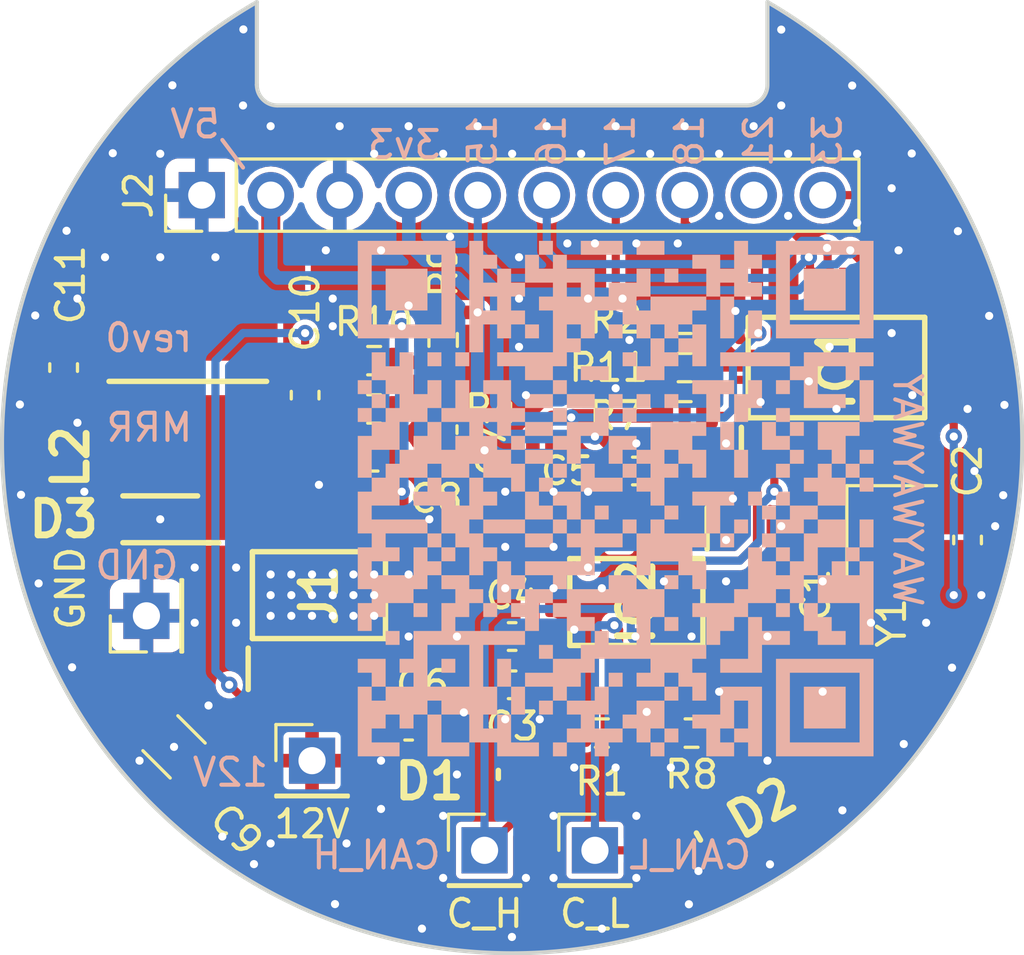
<source format=kicad_pcb>
(kicad_pcb (version 20221018) (generator pcbnew)
  (title_block (title "Round CAN and Power shield") (date "2024-03-18") (rev "0") (company "Martin Roger"))
  (layers (0 "F.Cu" signal "Top") (31 "B.Cu" signal "Bottom") (34 "B.Paste" user) (35 "F.Paste" user) (36 "B.SilkS" user "B.Silkscreen") (37 "F.SilkS" user "F.Silkscreen") (38 "B.Mask" user) (39 "F.Mask" user) (44 "Edge.Cuts" user))
  (net 0 "")
  (net 1 "GND")
  (net 2 "+3V3")
  (net 3 "VSYS")
  (net 4 "Net-(J1-SS)")
  (net 5 "Net-(C7-Pad2)")
  (net 6 "Net-(J1-COMP)")
  (net 7 "+12V")
  (net 8 "Net-(J1-PH)")
  (net 9 "Net-(J1-BOOT)")
  (net 10 "Net-(IC2-CANH)")
  (net 11 "Net-(IC2-CANL)")
  (net 12 "Net-(IC1-~{RESET})")
  (net 13 "GPIO18")
  (net 14 "GPIO15")
  (net 15 "GPIO16")
  (net 16 "GPIO17")
  (net 17 "GPIO33")
  (net 20 "Net-(IC1-OSC1)")
  (net 21 "Net-(IC1-OSC2)")
  (net 26 "RX_CAN")
  (net 27 "TX_CAN")
  (net 28 "Net-(IC2-STB)")
  (net 29 "Net-(J1-VSENSE)")
  (net 31 "GPIO21")
  (footprint "Capacitor_SMD:C_0603_1608Metric" (layer "F.Cu") (at 137.46 99.492 90)
    (fp_text reference "C7")
    (fp_text value "4n7")
  )
  (footprint "SamacSys_Parts:SOIC127P600X175-8N" (layer "F.Cu") (at 144.572 105.842 -90)
    (fp_text reference "IC2")
    (fp_text value "TJA1044VT_3Z" hide)
  )
  (footprint "Capacitor_SMD:C_0603_1608Metric" (layer "F.Cu") (at 136.19 110.414)
    (fp_text reference "C6")
    (fp_text value "8n2")
  )
  (footprint "Capacitor_SMD:C_0603_1608Metric" (layer "F.Cu") (at 151.176 103.048 90)
    (fp_text reference "C1")
    (fp_text value "22pF")
  )
  (footprint "Capacitor_SMD:C_0603_1608Metric" (layer "F.Cu") (at 140 107.112 180)
    (fp_text reference "C4")
    (fp_text value "100n")
  )
  (footprint "Resistor_SMD:R_0603_1608Metric" (layer "F.Cu") (at 137.46 96.19 90)
    (fp_text reference "R9")
    (fp_text value "10k2")
  )
  (footprint "Crystal:Crystal_SMD_3225-4Pin_3.2x2.5mm" (layer "F.Cu") (at 153.97 103.556 -90)
    (fp_text reference "Y1")
    (fp_text value "16MHz")
  )
  (footprint "Resistor_SMD:R_0603_1608Metric" (layer "F.Cu") (at 146.604 110.668)
    (fp_text reference "R8")
    (fp_text value "0")
  )
  (footprint "SamacSys_Parts:SOIC127P600X175-8N" (layer "F.Cu") (at 132.888 105.588 90)
    (fp_text reference "J1")
    (fp_text value "TPS54232DR" hide)
  )
  (footprint "Capacitor_SMD:C_1206_3216Metric" (layer "F.Cu") (at 127.554 111.176 135)
    (fp_text reference "C9")
    (fp_text value "10uF")
  )
  (footprint "Connector_PinHeader_2.54mm:PinHeader_1x01_P2.54mm_Vertical" (layer "F.Cu") (at 143.048 114.986)
    (fp_text reference "J5" hide)
    (fp_text value "C_L")
  )
  (footprint "SamacSys_Parts:DIONC1005X43N" (layer "F.Cu") (at 139.492 112.192 180)
    (fp_text reference "D1")
    (fp_text value "PESD0402-140" hide)
  )
  (footprint "Connector_PinHeader_2.54mm:PinHeader_1x01_P2.54mm_Vertical" (layer "F.Cu") (at 138.984 114.986)
    (fp_text reference "J4" hide)
    (fp_text value "C_H")
  )
  (footprint "Connector_PinHeader_2.54mm:PinHeader_1x01_P2.54mm_Vertical" (layer "F.Cu") (at 132.634 111.684)
    (fp_text reference "J3" hide)
    (fp_text value "12V")
  )
  (footprint "Capacitor_SMD:C_0603_1608Metric" (layer "F.Cu") (at 140 108.89)
    (fp_text reference "C3")
    (fp_text value "100n")
  )
  (footprint "Connector_PinHeader_2.54mm:PinHeader_1x10_P2.54mm_Vertical" (layer "F.Cu") (at 128.575 90.856 90)
    (fp_text reference "J2")
    (fp_text value "ESP32")
  )
  (footprint "Resistor_SMD:R_0603_1608Metric" (layer "F.Cu") (at 134.92 98.73)
    (fp_text reference "R4")
    (fp_text value "12k7")
  )
  (footprint "SamacSys_Parts:SOP65P640X120-20N" (layer "F.Cu") (at 151.938 97.206 90)
    (fp_text reference "IC1")
    (fp_text value "MCP2515-e_ST" hide)
  )
  (footprint "Resistor_SMD:R_0603_1608Metric" (layer "F.Cu") (at 143.302 110.668)
    (fp_text reference "R1")
    (fp_text value "10k2")
  )
  (footprint "Capacitor_SMD:C_0603_1608Metric" (layer "F.Cu") (at 156.764 103.556 -90)
    (fp_text reference "C2")
    (fp_text value "22pF")
  )
  (footprint "SamacSys_Parts:INDC6060X450N" (layer "F.Cu") (at 128.062 97.714 90)
    (fp_text reference "L2")
    (fp_text value "SRN6045TA-150M" hide)
  )
  (footprint "Capacitor_SMD:C_0603_1608Metric" (layer "F.Cu") (at 144.572 101.016 180)
    (fp_text reference "C5")
    (fp_text value "100n")
  )
  (footprint "Resistor_SMD:R_0603_1608Metric" (layer "F.Cu") (at 146.35 95.428 180)
    (fp_text reference "R2")
    (fp_text value "10k2")
  )
  (footprint "Connector_PinHeader_2.54mm:PinHeader_1x01_P2.54mm_Vertical" (layer "F.Cu") (at 126.538 106.35 90)
    (fp_text reference "J6")
    (fp_text value "GND")
  )
  (footprint "Capacitor_SMD:C_0603_1608Metric" (layer "F.Cu") (at 123.49 97.206 -90)
    (fp_text reference "C11")
    (fp_text value "10u")
  )
  (footprint "SamacSys_Parts:DIONC1005X43N" (layer "F.Cu") (at 146.858 114.478 30)
    (fp_text reference "D2")
    (fp_text value "PESD0402-140" hide)
  )
  (footprint "Resistor_SMD:R_0603_1608Metric" (layer "F.Cu") (at 146.35 97.206 180)
    (fp_text reference "R11")
    (fp_text value "10k2")
  )
  (footprint "Capacitor_SMD:C_0603_1608Metric" (layer "F.Cu") (at 134.92 100.508 180)
    (fp_text reference "C8")
    (fp_text value "110p")
  )
  (footprint "Resistor_SMD:R_0603_1608Metric" (layer "F.Cu") (at 146.35 98.984)
    (fp_text reference "R7")
    (fp_text value "10k2")
  )
  (footprint "SamacSys_Parts:SODFL3617X108N" (layer "F.Cu") (at 127.046 102.794 180)
    (fp_text reference "D3")
    (fp_text value "SS24FL" hide)
  )
  (footprint "Resistor_SMD:R_0603_1608Metric" (layer "F.Cu") (at 134.92 96.952)
    (fp_text reference "R10")
    (fp_text value "1k91")
  )
  (footprint "Capacitor_SMD:C_0603_1608Metric" (layer "F.Cu") (at 132.38 98.222 90)
    (fp_text reference "C10")
    (fp_text value "100n")
  )
  (footprint "LOGO" (layer "B.Cu") (at 143.81 102.032 180)
    (fp_text reference "G***")
    (fp_text value "LOGO" hide)
  )
  (gr_line (start 129.332 88.824) (end 130.094 89.84) (stroke (width 0.15)) (layer "B.SilkS"))
  (gr_line locked (start 149.398 83.744) (end 149.398 86.792) (stroke (width 0.15)) (layer "Edge.Cuts"))
  (gr_arc locked (start 149.398 86.792) (mid 149.174815 87.330815) (end 148.636 87.554) (stroke (width 0.15)) (layer "Edge.Cuts"))
  (gr_arc locked (start 131.364 87.554) (mid 130.825185 87.330815) (end 130.602 86.792) (stroke (width 0.15)) (layer "Edge.Cuts"))
  (gr_line locked (start 130.602 83.744) (end 130.602 86.792) (stroke (width 0.15)) (layer "Edge.Cuts"))
  (gr_line locked (start 131.364 87.554) (end 148.636 87.554) (stroke (width 0.15)) (layer "Edge.Cuts"))
  (gr_arc locked (start 149.398 83.744) (mid 140 118.777112) (end 130.602 83.744) (stroke (width 0.15)) (layer "Edge.Cuts"))
  (gr_text "MRR" (at 128.316 100) (layer "B.SilkS") (effects (font (size 1 1)) (justify left bottom mirror)))
  (gr_text "18" (at 147.112 87.808 90) (layer "B.SilkS") (effects (font (size 1 1)) (justify left bottom mirror)))
  (gr_text "33" (at 152.192 87.808 90) (layer "B.SilkS") (effects (font (size 1 1)) (justify left bottom mirror)))
  (gr_text "12V" (at 131.11 112.7) (layer "B.SilkS") (effects (font (size 1 1)) (justify left bottom mirror)))
  (gr_text "5V" (at 129.332 88.824) (layer "B.SilkS") (effects (font (size 1 1)) (justify left bottom mirror)))
  (gr_text "rev0" (at 128.316 96.698) (layer "B.SilkS") (effects (font (size 1 1)) (justify left bottom mirror)))
  (gr_text "GND" (at 127.808 105.08) (layer "B.SilkS") (effects (font (size 1 1)) (justify left bottom mirror)))
  (gr_text "21" (at 149.652 87.808 90) (layer "B.SilkS") (effects (font (size 1 1)) (justify left bottom mirror)))
  (gr_text "17" (at 144.572 87.808 90) (layer "B.SilkS") (effects (font (size 1 1)) (justify left bottom mirror)))
  (gr_text "15" (at 139.492 87.808 90) (layer "B.SilkS") (effects (font (size 1 1)) (justify left bottom mirror)))
  (gr_text "CAN_H" (at 137.46 115.748) (layer "B.SilkS") (effects (font (size 1 1)) (justify left bottom mirror)))
  (gr_text "WAYWAYWAY" (at 153.97 106.096 -90) (layer "B.SilkS") (effects (font (size 1 1)) (justify left bottom mirror)))
  (gr_text "3v3" (at 137.46 89.586) (layer "B.SilkS") (effects (font (size 1 1)) (justify left bottom mirror)))
  (gr_text "16" (at 142.032 87.808 90) (layer "B.SilkS") (effects (font (size 1 1)) (justify left bottom mirror)))
  (gr_text "CAN_L" (at 148.89 115.748) (layer "B.SilkS") (effects (font (size 1 1)) (justify left bottom mirror)))
  (via (at 145.588 105.08) (size 0.6) (drill 0.3) (layers "F.Cu" "B.Cu") (net 1))
  (via (at 135.174 113.462) (size 0.6) (drill 0.3) (layers "F.Cu" "B.Cu") (net 1))
  (via (at 156.191973 108.25872) (size 0.6) (drill 0.3) (layers "F.Cu" "B.Cu") (net 1))
  (via (at 142.54 89.332) (size 0.6) (drill 0.3) (layers "F.Cu" "B.Cu") (net 1))
  (via (at 147.62 91.618) (size 0.6) (drill 0.3) (layers "F.Cu" "B.Cu") (net 1))
  (via (at 127.554 111.176) (size 0.6) (drill 0.3) (layers "F.Cu" "B.Cu") (net 1))
  (via (at 141.27 88.316) (size 0.6) (drill 0.3) (layers "F.Cu" "B.Cu") (net 1))
  (via (at 137.46 89.332) (size 0.6) (drill 0.3) (layers "F.Cu" "B.Cu") (net 1))
  (via (at 141.524 105.334) (size 0.6) (drill 0.3) (layers "F.Cu" "B.Cu") (net 1))
  (via (at 130.1067 84.751752) (size 0.6) (drill 0.3) (layers "F.Cu" "B.Cu") (net 1))
  (via (at 130.094 87.554) (size 0.6) (drill 0.3) (layers "F.Cu" "B.Cu") (net 1))
  (via (at 133.396 106.35) (size 0.6) (drill 0.3) (layers "F.Cu" "B.Cu") (net 1))
  (via (at 147.62 109.144) (size 0.6) (drill 0.3) (layers "F.Cu" "B.Cu") (net 1))
  (via (at 131.11 104.826) (size 0.6) (drill 0.3) (layers "F.Cu" "B.Cu") (net 1))
  (via (at 154.415804 111.07118) (size 0.6) (drill 0.3) (layers "F.Cu" "B.Cu") (net 1))
  (via (at 144.95217 109.887975) (size 0.6) (drill 0.3) (layers "F.Cu" "B.Cu") (net 1))
  (via (at 133.904 114.732) (size 0.6) (drill 0.3) (layers "F.Cu" "B.Cu") (net 1))
  (via (at 127.046 89.332) (size 0.6) (drill 0.3) (layers "F.Cu" "B.Cu") (net 1))
  (via (at 121.922248 101.892435) (size 0.6) (drill 0.3) (layers "F.Cu" "B.Cu") (net 1))
  (via (at 152.156848 113.512863) (size 0.6) (drill 0.3) (layers "F.Cu" "B.Cu") (net 1))
  (via (at 131.872 106.35) (size 0.6) (drill 0.3) (layers "F.Cu" "B.Cu") (net 1))
  (via (at 142.286 106.858) (size 0.6) (drill 0.3) (layers "F.Cu" "B.Cu") (net 1))
  (via (at 145.08 89.332) (size 0.6) (drill 0.3) (layers "F.Cu" "B.Cu") (net 1))
  (via (at 147.62 89.332) (size 0.6) (drill 0.3) (layers "F.Cu" "B.Cu") (net 1))
  (via (at 149.398 111.684) (size 0.6) (drill 0.3) (layers "F.Cu" "B.Cu") (net 1))
  (via (at 129.84 106.604) (size 0.6) (drill 0.3) (layers "F.Cu" "B.Cu") (net 1))
  (via (at 140.508 98.222) (size 0.6) (drill 0.3) (layers "F.Cu" "B.Cu") (net 1))
  (via (at 154.224 92.888) (size 0.6) (drill 0.3) (layers "F.Cu" "B.Cu") (net 1))
  (via (at 137.714 92.38) (size 0.6) (drill 0.3) (layers "F.Cu" "B.Cu") (net 1))
  (via (at 143.81 88.316) (size 0.6) (drill 0.3) (layers "F.Cu" "B.Cu") (net 1))
  (via (at 144.572 100) (size 0.6) (drill 0.3) (layers "F.Cu" "B.Cu") (net 1))
  (via (at 128.316 106.604) (size 0.6) (drill 0.3) (layers "F.Cu" "B.Cu") (net 1))
  (via (at 137.968 107.112) (size 0.6) (drill 0.3) (layers "F.Cu" "B.Cu") (net 1))
  (via (at 136.952 102.794) (size 0.6) (drill 0.3) (layers "F.Cu" "B.Cu") (net 1))
  (via (at 141.524 113.716) (size 0.6) (drill 0.3) (layers "F.Cu" "B.Cu") (net 1))
  (via (at 157.272 105.588) (size 0.6) (drill 0.3) (layers "F.Cu" "B.Cu") (net 1))
  (via (at 136.19 88.316) (size 0.6) (drill 0.3) (layers "F.Cu" "B.Cu") (net 1))
  (via (at 147.874 100) (size 0.6) (drill 0.3) (layers "F.Cu" "B.Cu") (net 1))
  (via (at 143.302 105.334) (size 0.6) (drill 0.3) (layers "F.Cu" "B.Cu") (net 1))
  (via (at 127.493592 86.809996) (size 0.6) (drill 0.3) (layers "F.Cu" "B.Cu") (net 1))
  (via (at 134.158 104.826) (size 0.6) (drill 0.3) (layers "F.Cu" "B.Cu") (net 1))
  (via (at 136.19 94.92) (size 0.6) (drill 0.3) (layers "F.Cu" "B.Cu") (net 1))
  (via (at 155.24 106.604) (size 0.6) (drill 0.3) (layers "F.Cu" "B.Cu") (net 1))
  (via (at 135.174 111.684) (size 0.6) (drill 0.3) (layers "F.Cu" "B.Cu") (net 1))
  (via (at 146.506818 116.97197) (size 0.6) (drill 0.3) (layers "F.Cu" "B.Cu") (net 1))
  (via (at 142.794 94.666) (size 0.6) (drill 0.3) (layers "F.Cu" "B.Cu") (net 1))
  (via (at 140.254 96.444) (size 0.6) (drill 0.3) (layers "F.Cu" "B.Cu") (net 1))
  (via (at 141.016 110.16) (size 0.6) (drill 0.3) (layers "F.Cu" "B.Cu") (net 1))
  (via (at 132.634 106.35) (size 0.6) (drill 0.3) (layers "F.Cu" "B.Cu") (net 1))
  (via (at 137.46 116.002) (size 0.6) (drill 0.3) (layers "F.Cu" "B.Cu") (net 1))
  (via (at 133.142 92.888) (size 0.6) (drill 0.3) (layers "F.Cu" "B.Cu") (net 1))
  (via (at 151.684 96.444) (size 0.6) (drill 0.3) (layers "F.Cu" "B.Cu") (net 1))
  (via (at 149.398 107.112) (size 0.6) (drill 0.3) (layers "F.Cu" "B.Cu") (net 1))
  (via (at 148.89 88.316) (size 0.6) (drill 0.3) (layers "F.Cu" "B.Cu") (net 1))
  (via (at 134.92 105.588) (size 0.6) (drill 0.3) (layers "F.Cu" "B.Cu") (net 1))
  (via (at 152.7 91.872) (size 0.6) (drill 0.3) (layers "F.Cu" "B.Cu") (net 1))
  (via (at 137.46 113.716) (size 0.6) (drill 0.3) (layers "F.Cu" "B.Cu") (net 1))
  (via (at 152.7 89.332) (size 0.6) (drill 0.3) (layers "F.Cu" "B.Cu") (net 1))
  (via (at 123.998 99.238) (size 0.6) (drill 0.3) (layers "F.Cu" "B.Cu") (net 1))
  (via (at 139.992428 118.176534) (size 0.6) (drill 0.3) (layers "F.Cu" "B.Cu") (net 1))
  (via (at 124.252 101.778) (size 0.6) (drill 0.3) (layers "F.Cu" "B.Cu") (net 1))
  (via (at 126.284 111.684) (size 0.6) (drill 0.3) (layers "F.Cu" "B.Cu") (net 1))
  (via (at 138.984 100.254) (size 0.6) (drill 0.3) (layers "F.Cu" "B.Cu") (net 1))
  (via (at 150.16 89.332) (size 0.6) (drill 0.3) (layers "F.Cu" "B.Cu") (net 1))
  (via (at 134.92 104.826) (size 0.6) (drill 0.3) (layers "F.Cu" "B.Cu") (net 1))
  (via (at 133.65 88.316) (size 0.6) (drill 0.3) (layers "F.Cu" "B.Cu") (net 1))
  (via (at 139.746 101.778) (size 0.6) (drill 0.3) (layers "F.Cu" "B.Cu") (net 1))
  (via (at 149.144 98.476) (size 0.6) (drill 0.3) (layers "F.Cu" "B.Cu") (net 1))
  (via (at 146.604 107.112) (size 0.6) (drill 0.3) (layers "F.Cu" "B.Cu") (net 1))
  (via (at 138.73 88.316) (size 0.6) (drill 0.3) (layers "F.Cu" "B.Cu") (net 1))
  (via (at 123.597388 92.167966) (size 0.6) (drill 0.3) (layers "F.Cu" "B.Cu") (net 1))
  (via (at 133.396 95.682) (size 0.6) (drill 0.3) (layers "F.Cu" "B.Cu") (net 1))
  (via (at 154.709575 89.322227) (size 0.6) (drill 0.3) (layers "F.Cu" "B.Cu") (net 1))
  (via (at 131.11 114.732) (size 0.6) (drill 0.3) (layers "F.Cu" "B.Cu") (net 1))
  (via (at 143.304965 117.873546) (size 0.6) (drill 0.3) (layers "F.Cu" "B.Cu") (net 1))
  (via (at 143.048 92.634) (size 0.6) (drill 0.3) (layers "F.Cu" "B.Cu") (net 1))
  (via (at 158.076169 101.907495) (size 0.6) (drill 0.3) (layers "F.Cu" "B.Cu") (net 1))
  (via (at 136.19 104.826) (size 0.6) (drill 0.3) (layers "F.Cu" "B.Cu") (net 1))
  (via (at 133.396 104.826) (size 0.6) (drill 0.3) (layers "F.Cu" "B.Cu") (net 1))
  (via (at 156.764 98.73) (size 0.6) (drill 0.3) (layers "F.Cu" "B.Cu") (net 1))
  (via (at 140.254 94.666) (size 0.6) (drill 0.3) (layers "F.Cu" "B.Cu") (net 1))
  (via (at 153.97 95.936) (size 0.6) (drill 0.3) (layers "F.Cu" "B.Cu") (net 1))
  (via (at 146.858 115.748) (size 0.6) (drill 0.3) (layers "F.Cu" "B.Cu") (net 1))
  (via (at 151.938 98.73) (size 0.6) (drill 0.3) (layers "F.Cu" "B.Cu") (net 1))
  (via (at 146.096 92.634) (size 0.6) (drill 0.3) (layers "F.Cu" "B.Cu") (net 1))
  (via (at 146.35 88.316) (size 0.6) (drill 0.3) (layers "F.Cu" "B.Cu") (net 1))
  (via (at 147.874 103.556) (size 0.6) (drill 0.3) (layers "F.Cu" "B.Cu") (net 1))
  (via (at 133.396 94.666) (size 0.6) (drill 0.3) (layers "F.Cu" "B.Cu") (net 1))
  (via (at 133.479044 116.966543) (size 0.6) (drill 0.3) (layers "F.Cu" "B.Cu") (net 1))
  (via (at 131.872 104.826) (size 0.6) (drill 0.3) (layers "F.Cu" "B.Cu") (net 1))
  (via (at 145.842 111.938) (size 0.6) (drill 0.3) (layers "F.Cu" "B.Cu") (net 1))
  (via (at 123.998 94.666) (size 0.6) (drill 0.3) (layers "F.Cu" "B.Cu") (net 1))
  (via (at 147.874 105.08) (size 0.6) (drill 0.3) (layers "F.Cu" "B.Cu") (net 1))
  (via (at 142.286 111.938) (size 0.6) (drill 0.3) (layers "F.Cu" "B.Cu") (net 1))
  (via (at 139.746 105.334) (size 0.6) (drill 0.3) (layers "F.Cu" "B.Cu") (net 1))
  (via (at 154.732 98.222) (size 0.6) (drill 0.3) (layers "F.Cu" "B.Cu") (net 1))
  (via (at 122.56983 105.155155) (size 0.6) (drill 0.3) (layers "F.Cu" "B.Cu") (net 1))
  (via (at 149.490757 115.501999) (size 0.6) (drill 0.3) (layers "F.Cu" "B.Cu") (net 1))
  (via (at 131.11 106.35) (size 0.6) (drill 0.3) (layers "F.Cu" "B.Cu") (net 1))
  (via (at 139.746 110.16) (size 0.6) (drill 0.3) (layers "F.Cu" "B.Cu") (net 1))
  (via (at 157.559143 95.302881) (size 0.6) (drill 0.3) (layers "F.Cu" "B.Cu") (net 1))
  (via (at 136.680145 117.870786) (size 0.6) (drill 0.3) (layers "F.Cu" "B.Cu") (net 1))
  (via (at 152.517393 86.82042) (size 0.6) (drill 0.3) (layers "F.Cu" "B.Cu") (net 1))
  (via (at 136.19 107.112) (size 0.6) (drill 0.3) (layers "F.Cu" "B.Cu") (net 1))
  (via (at 142.032 92.634) (size 0.6) (drill 0.3) (layers "F.Cu" "B.Cu") (net 1))
  (via (at 137.968 112.192) (size 0.6) (drill 0.3) (layers "F.Cu" "B.Cu") (net 1))
  (via (at 133.396 105.588) (size 0.6) (drill 0.3) (layers "F.Cu" "B.Cu") (net 1))
  (via (at 130.496331 115.494086) (size 0.6) (drill 0.3) (layers "F.Cu" "B.Cu") (net 1))
  (via (at 128.824 109.652) (size 0.6) (drill 0.3) (layers "F.Cu" "B.Cu") (net 1))
  (via (at 132.888 101.524) (size 0.6) (drill 0.3) (layers "F.Cu" "B.Cu") (net 1))
  (via (at 127.046 93.142) (size 0.6) (drill 0.3) (layers "F.Cu" "B.Cu") (net 1))
  (via (at 121.880093 98.566337) (size 0.6) (drill 0.3) (layers "F.Cu" "B.Cu") (net 1))
  (via (at 143.81 111.938) (size 0.6) (drill 0.3) (layers "F.Cu" "B.Cu") (net 1))
  (via (at 149.906 103.048) (size 0.6) (drill 0.3) (layers "F.Cu" "B.Cu") (net 1))
  (via (at 141.524 103.81) (size 0.6) (drill 0.3) (layers "F.Cu" "B.Cu") (net 1))
  (via (at 131.11 88.316) (size 0.6) (drill 0.3) (layers "F.Cu" "B.Cu") (net 1))
  (via (at 132.634 105.588) (size 0.6) (drill 0.3) (layers "F.Cu" "B.Cu") (net 1))
  (via (at 131.872 105.588) (size 0.6) (drill 0.3) (layers "F.Cu" "B.Cu") (net 1))
  (via (at 151.43 109.144) (size 0.6) (drill 0.3) (layers "F.Cu" "B.Cu") (net 1))
  (via (at 151.43 105.08) (size 0.6) (drill 0.3) (layers "F.Cu" "B.Cu") (net 1))
  (via (at 158.121096 98.581434) (size 0.6) (drill 0.3) (layers "F.Cu" "B.Cu") (net 1))
  (via (at 140.254 93.142) (size 0.6) (drill 0.3) (layers "F.Cu" "B.Cu") (net 1))
  (via (at 139.746 103.81) (size 0.6) (drill 0.3) (layers "F.Cu" "B.Cu") (net 1))
  (via (at 131.11 105.588) (size 0.6) (drill 0.3) (layers "F.Cu" "B.Cu") (net 1))
  (via (at 157.018 101.016) (size 0.6) (drill 0.3) (layers "F.Cu" "B.Cu") (net 1))
  (via (at 138.222 109.906) (size 0.6) (drill 0.3) (layers "F.Cu" "B.Cu") (net 1))
  (via (at 156.409132 92.181635) (size 0.6) (drill 0.3) (layers "F.Cu" "B.Cu") (net 1))
  (via (at 144.318 96.19) (size 0.6) (drill 0.3) (layers "F.Cu" "B.Cu") (net 1))
  (via (at 125.014 93.142) (size 0.6) (drill 0.3) (layers "F.Cu" "B.Cu") (net 1))
  (via (at 148.218121 95.121587) (size 0.6) (drill 0.3) (layers "F.Cu" "B.Cu") (net 1))
  (via (at 129.078 93.142) (size 0.6) (drill 0.3) (layers "F.Cu" "B.Cu") (net 1))
  (via (at 150.922 97.714) (size 0.6) (drill 0.3) (layers "F.Cu" "B.Cu") (net 1))
  (via (at 153.208 106.604) (size 0.6) (drill 0.3) (layers "F.Cu" "B.Cu") (net 1))
  (via (at 125.299326 89.309976) (size 0.6) (drill 0.3) (layers "F.Cu" "B.Cu") (net 1))
  (via (at 140.508 116.002) (size 0.6) (drill 0.3) (layers "F.Cu" "B.Cu") (net 1))
  (via (at 134.158 105.588) (size 0.6) (drill 0.3) (layers "F.Cu" "B.Cu") (net 1))
  (via (at 141.524 116.002) (size 0.6) (drill 0.3) (layers "F.Cu" "B.Cu") (net 1))
  (via (at 129.84 104.572) (size 0.6) (drill 0.3) (layers "F.Cu" "B.Cu") (net 1))
  (via (at 144.572 92.634) (size 0.6) (drill 0.3) (layers "F.Cu" "B.Cu") (net 1))
  (via (at 157.78 103.048) (size 0.6) (drill 0.3) (layers "F.Cu" "B.Cu") (net 1))
  (via (at 123.801152 108.245227) (size 0.6) (drill 0.3) (layers "F.Cu" "B.Cu") (net 1))
  (via (at 140 89.332) (size 0.6) (drill 0.3) (layers "F.Cu" "B.Cu") (net 1))
  (via (at 150.16 91.618) (size 0.6) (drill 0.3) (layers "F.Cu" "B.Cu") (net 1))
  (via (at 143.81 97.968) (size 0.6) (drill 0.3) (layers "F.Cu" "B.Cu") (net 1))
  (via (at 132.634 104.826) (size 0.6) (drill 0.3) (layers "F.Cu" "B.Cu") (net 1))
  (via (at 129.332 114.478) (size 0.6) (drill 0.3) (layers "F.Cu" "B.Cu") (net 1))
  (via (at 134.158 106.35) (size 0.6) (drill 0.3) (layers "F.Cu" "B.Cu") (net 1))
  (via (at 148.128 102.032) (size 0.6) (drill 0.3) (layers "F.Cu" "B.Cu") (net 1))
  (via (at 122.444776 95.288253) (size 0.6) (drill 0.3) (layers "F.Cu" "B.Cu") (net 1))
  (via (at 128.316 104.572) (size 0.6) (drill 0.3) (layers "F.Cu" "B.Cu") (net 1))
  (via (at 144.572 113.716) (size 0.6) (drill 0.3) (layers "F.Cu" "B.Cu") (net 1))
  (via (at 141.524 101.778) (size 0.6) (drill 0.3) (layers "F.Cu" "B.Cu") (net 1))
  (via (at 134.92 89.332) (size 0.6) (drill 0.3) (layers "F.Cu" "B.Cu") (net 1))
  (via (at 149.906 87.554) (size 0.6) (drill 0.3) (layers "F.Cu" "B.Cu") (net 1))
  (via (at 134.92 106.35) (size 0.6) (drill 0.3) (layers "F.Cu" "B.Cu") (net 1))
  (via (at 142.794 101.778) (size 0.6) (drill 0.3) (layers "F.Cu" "B.Cu") (net 1))
  (via (at 149.906 84.76) (size 0.6) (drill 0.3) (layers "F.Cu" "B.Cu") (net 1))
  (via (at 135.174 92.888) (size 0.6) (drill 0.3) (layers "F.Cu" "B.Cu") (net 1))
  (via (at 127.046 102.794) (size 0.6) (drill 0.3) (layers "F.Cu" "B.Cu") (net 1))
  (via (at 144.572 116.002) (size 0.6) (drill 0.3) (layers "F.Cu" "B.Cu") (net 1))
  (via (at 153.97 90.602) (size 0.6) (drill 0.3) (layers "F.Cu" "B.Cu") (net 1))
  (segment (start 145.525 98.984) (end 145.525 95.428) (width 0.5) (layer "F.Cu") (net 2))
  (segment (start 141.4639 99.0441) (end 140.762 99.746) (width 0.5) (layer "F.Cu") (net 2))
  (segment (start 142.1764 99.0441) (end 142.2365 98.984) (width 0.5) (layer "F.Cu") (net 2))
  (segment (start 142.1764 99.0441) (end 141.4639 99.0441) (width 0.5) (layer "F.Cu") (net 2))
  (segment (start 149.0611 95.936) (end 149.013 95.8879) (width 0.3) (layer "F.Cu") (net 2))
  (segment (start 149.013 95.8879) (end 149.013 94.268) (width 0.3) (layer "F.Cu") (net 2))
  (segment (start 140.762 99.746) (end 140.762 107.099) (width 0.5) (layer "F.Cu") (net 2))
  (segment (start 142.2365 98.984) (end 145.525 98.984) (width 0.5) (layer "F.Cu") (net 2))
  (segment (start 140.762 107.099) (end 140.775 107.112) (width 0.5) (layer "F.Cu") (net 2))
  (via (at 149.0611 95.936) (size 0.6) (drill 0.3) (layers "F.Cu" "B.Cu") (net 2))
  (via (at 142.1764 99.0441) (size 0.6) (drill 0.3) (layers "F.Cu" "B.Cu") (net 2))
  (segment (start 148.128 98.73) (end 147.8139 99.0441) (width 0.3) (layer "B.Cu") (net 2))
  (segment (start 139.4324 94.445768) (end 138.238233 93.2516) (width 0.5) (layer "B.Cu") (net 2))
  (segment (start 136.195 92.639) (end 136.195 90.856) (width 0.5) (layer "B.Cu") (net 2))
  (segment (start 147.8139 99.0441) (end 142.1764 99.0441) (width 0.3) (layer "B.Cu") (net 2))
  (segment (start 142.1269 99.0936) (end 140.016232 99.0936) (width 0.5) (layer "B.Cu") (net 2))
  (segment (start 142.1764 99.0441) (end 142.1269 99.0936) (width 0.5) (layer "B.Cu") (net 2))
  (segment (start 148.128 96.8691) (end 148.128 98.73) (width 0.3) (layer "B.Cu") (net 2))
  (segment (start 136.8076 93.2516) (end 136.195 92.639) (width 0.5) (layer "B.Cu") (net 2))
  (segment (start 140.016232 99.0936) (end 139.4324 98.509768) (width 0.5) (layer "B.Cu") (net 2))
  (segment (start 138.238233 93.2516) (end 136.8076 93.2516) (width 0.5) (layer "B.Cu") (net 2))
  (segment (start 139.4324 98.509768) (end 139.4324 94.445768) (width 0.5) (layer "B.Cu") (net 2))
  (segment (start 149.0611 95.936) (end 148.128 96.8691) (width 0.3) (layer "B.Cu") (net 2))
  (segment (start 127.195 96.431) (end 128.062 95.564) (width 0.5) (layer "F.Cu") (net 3))
  (segment (start 143.937 101.156) (end 143.937 103.13) (width 0.5) (layer "F.Cu") (net 3))
  (segment (start 143.048 99.746) (end 143.302 99.746) (width 0.5) (layer "F.Cu") (net 3))
  (segment (start 123.49 96.431) (end 127.195 96.431) (width 0.5) (layer "F.Cu") (net 3))
  (segment (start 137.651 95.174) (end 137.46 95.365) (width 0.5) (layer "F.Cu") (net 3))
  (segment (start 143.797 101.016) (end 143.937 101.156) (width 0.5) (layer "F.Cu") (net 3))
  (segment (start 143.302 99.746) (end 143.797 100.241) (width 0.5) (layer "F.Cu") (net 3))
  (segment (start 138.73 95.174) (end 137.651 95.174) (width 0.5) (layer "F.Cu") (net 3))
  (segment (start 143.797 100.241) (end 143.797 101.016) (width 0.5) (layer "F.Cu") (net 3))
  (via (at 138.73 95.174) (size 0.6) (drill 0.3) (layers "F.Cu" "B.Cu") (net 3))
  (via (at 143.048 99.746) (size 0.6) (drill 0.3) (layers "F.Cu" "B.Cu") (net 3))
  (segment (start 138.73 98.73) (end 138.984 98.984) (width 0.5) (layer "B.Cu") (net 3))
  (segment (start 139.746 99.746) (end 143.048 99.746) (width 0.5) (layer "B.Cu") (net 3))
  (segment (start 138.73 95.174) (end 138.73 98.73) (width 0.5) (layer "B.Cu") (net 3))
  (segment (start 138.984 98.984) (end 139.746 99.746) (width 0.5) (layer "B.Cu") (net 3))
  (segment (start 138.476 94.412) (end 138.73 94.666) (width 0.5) (layer "B.Cu") (net 3))
  (segment (start 137.968 93.904) (end 138.476 94.412) (width 0.5) (layer "B.Cu") (net 3))
  (segment (start 131.364 93.904) (end 137.968 93.904) (width 0.5) (layer "B.Cu") (net 3))
  (segment (start 131.115 90.856) (end 131.115 93.655) (width 0.5) (layer "B.Cu") (net 3))
  (segment (start 138.73 94.666) (end 138.73 95.174) (width 0.5) (layer "B.Cu") (net 3))
  (segment (start 131.115 93.655) (end 131.364 93.904) (width 0.5) (layer "B.Cu") (net 3))
  (segment (start 135.415 110.414) (end 135.415 110.147) (width 0.3) (layer "F.Cu") (net 4))
  (segment (start 135.415 110.147) (end 134.793 109.525) (width 0.3) (layer "F.Cu") (net 4))
  (segment (start 134.793 109.525) (end 134.793 108.3) (width 0.3) (layer "F.Cu") (net 4))
  (segment (start 135.745 98.73) (end 137.447 98.73) (width 0.3) (layer "F.Cu") (net 5))
  (segment (start 137.447 98.73) (end 137.46 98.717) (width 0.3) (layer "F.Cu") (net 5))
  (segment (start 135.695 100.508) (end 137.219 100.508) (width 0.3) (layer "F.Cu") (net 6))
  (segment (start 135.695 101.003) (end 135.695 100.508) (width 0.3) (layer "F.Cu") (net 6))
  (segment (start 134.412 101.524) (end 135.174 101.524) (width 0.3) (layer "F.Cu") (net 6))
  (segment (start 135.174 101.524) (end 135.695 101.003) (width 0.3) (layer "F.Cu") (net 6))
  (segment (start 137.219 100.508) (end 137.46 100.267) (width 0.3) (layer "F.Cu") (net 6))
  (segment (start 133.523 102.413) (end 134.412 101.524) (width 0.3) (layer "F.Cu") (net 6))
  (segment (start 133.523 102.876) (end 133.523 102.413) (width 0.3) (layer "F.Cu") (net 6))
  (segment (start 132.38 95.936) (end 132.38 97.447) (width 0.3) (layer "F.Cu") (net 9))
  (segment (start 130.856 109.398) (end 130.094 109.398) (width 0.3) (layer "F.Cu") (net 9))
  (segment (start 130.983 108.3) (end 130.983 109.271) (width 0.3) (layer "F.Cu") (net 9))
  (segment (start 130.094 109.398) (end 129.586 108.89) (width 0.3) (layer "F.Cu") (net 9))
  (segment (start 130.983 109.271) (end 130.856 109.398) (width 0.3) (layer "F.Cu") (net 9))
  (via (at 129.586 108.89) (size 0.6) (drill 0.3) (layers "F.Cu" "B.Cu") (net 9))
  (via (at 132.38 95.936) (size 0.6) (drill 0.3) (layers "F.Cu" "B.Cu") (net 9))
  (segment (start 129.586 108.89) (end 129.078 108.382) (width 0.3) (layer "B.Cu") (net 9))
  (segment (start 129.078 96.952) (end 130.094 95.936) (width 0.3) (layer "B.Cu") (net 9))
  (segment (start 129.078 108.382) (end 129.078 96.952) (width 0.3) (layer "B.Cu") (net 9))
  (segment (start 130.094 95.936) (end 132.38 95.936) (width 0.3) (layer "B.Cu") (net 9))
  (segment (start 140.042 113.928) (end 140.042 112.192) (width 0.3) (layer "F.Cu") (net 10))
  (segment (start 144.5389 107.112) (end 145.207 107.7801) (width 0.3) (layer "F.Cu") (net 10))
  (segment (start 138.984 114.986) (end 140.042 113.928) (width 0.3) (layer "F.Cu") (net 10))
  (segment (start 145.207 107.7801) (end 145.207 108.554) (width 0.3) (layer "F.Cu") (net 10))
  (via (at 144.5389 107.112) (size 0.6) (drill 0.3) (layers "F.Cu" "B.Cu") (net 10))
  (segment (start 144.367792 106.940892) (end 144.367792 106.448377) (width 0.3) (layer "B.Cu") (net 10))
  (segment (start 144.5389 107.112) (end 144.367792 106.940892) (width 0.3) (layer "B.Cu") (net 10))
  (segment (start 144.367792 106.448377) (end 144.015415 106.096) (width 0.3) (layer "B.Cu") (net 10))
  (segment (start 138.984 106.604) (end 138.984 114.986) (width 0.3) (layer "B.Cu") (net 10))
  (segment (start 144.015415 106.096) (end 139.492 106.096) (width 0.3) (layer "B.Cu") (net 10))
  (segment (start 139.492 106.096) (end 138.984 106.604) (width 0.3) (layer "B.Cu") (net 10))
  (segment (start 143.765392 106.6979) (end 143.937 106.869508) (width 0.3) (layer "F.Cu") (net 11))
  (segment (start 143.048 114.986) (end 146.148686 114.986) (width 0.3) (layer "F.Cu") (net 11))
  (segment (start 146.148686 114.986) (end 146.381686 114.753) (width 0.3) (layer "F.Cu") (net 11))
  (segment (start 143.937 106.869508) (end 143.937 108.554) (width 0.3) (layer "F.Cu") (net 11))
  (via (at 143.765392 106.6979) (size 0.6) (drill 0.3) (layers "F.Cu" "B.Cu") (net 11))
  (segment (start 143.765392 106.6979) (end 143.2081 106.6979) (width 0.3) (layer "B.Cu") (net 11))
  (segment (start 143.048 106.858) (end 143.048 114.986) (width 0.3) (layer "B.Cu") (net 11))
  (segment (start 143.2081 106.6979) (end 143.048 106.858) (width 0.3) (layer "B.Cu") (net 11))
  (segment (start 149.52021 96.698) (end 149.663 96.55521) (width 0.3) (layer "F.Cu") (net 12))
  (segment (start 149.663 96.55521) (end 149.663 94.268) (width 0.3) (layer "F.Cu") (net 12))
  (segment (start 148.128 96.698) (end 149.52021 96.698) (width 0.3) (layer "F.Cu") (net 12))
  (segment (start 147.175 95.745) (end 148.128 96.698) (width 0.3) (layer "F.Cu") (net 12))
  (segment (start 147.175 95.428) (end 147.175 95.745) (width 0.3) (layer "F.Cu") (net 12))
  (segment (start 149.779 92.38) (end 146.858 92.38) (width 0.3) (layer "F.Cu") (net 13))
  (segment (start 147.175 97.206) (end 149.652 97.206) (width 0.3) (layer "F.Cu") (net 13))
  (segment (start 146.858 92.38) (end 146.355 91.877) (width 0.3) (layer "F.Cu") (net 13))
  (segment (start 149.652 97.206) (end 150.313 96.545) (width 0.3) (layer "F.Cu") (net 13))
  (segment (start 150.313 94.268) (end 150.313 92.914) (width 0.3) (layer "F.Cu") (net 13))
  (segment (start 146.355 91.877) (end 146.355 90.856) (width 0.3) (layer "F.Cu") (net 13))
  (segment (start 150.313 96.545) (end 150.313 94.268) (width 0.3) (layer "F.Cu") (net 13))
  (segment (start 150.313 92.914) (end 149.779 92.38) (width 0.3) (layer "F.Cu") (net 13))
  (segment (start 150.963 94.268) (end 150.963 93.183) (width 0.3) (layer "F.Cu") (net 14))
  (segment (start 150.963 93.183) (end 150.922 93.142) (width 0.3) (layer "F.Cu") (net 14))
  (via (at 150.922 93.142) (size 0.6) (drill 0.3) (layers "F.Cu" "B.Cu") (net 14))
  (segment (start 139.746 93.904) (end 138.735 92.893) (width 0.3) (layer "B.Cu") (net 14))
  (segment (start 150.922 93.142) (end 150.16 93.904) (width 0.3) (layer "B.Cu") (net 14))
  (segment (start 138.735 92.893) (end 138.735 90.856) (width 0.3) (layer "B.Cu") (net 14))
  (segment (start 150.16 93.904) (end 139.746 93.904) (width 0.3) (layer "B.Cu") (net 14))
  (segment (start 151.613 94.268) (end 151.613 92.821561) (width 0.3) (layer "F.Cu") (net 15))
  (segment (start 151.613 92.821561) (end 151.591814 92.800375) (width 0.3) (layer "F.Cu") (net 15))
  (via (at 151.591814 92.800375) (size 0.6) (drill 0.3) (layers "F.Cu" "B.Cu") (net 15))
  (segment (start 141.778 93.396) (end 141.275 92.893) (width 0.3) (layer "B.Cu") (net 15))
  (segment (start 150.672478 92.5396) (end 149.816078 93.396) (width 0.3) (layer "B.Cu") (net 15))
  (segment (start 149.816078 93.396) (end 141.778 93.396) (width 0.3) (layer "B.Cu") (net 15))
  (segment (start 141.275 92.893) (end 141.275 90.856) (width 0.3) (layer "B.Cu") (net 15))
  (segment (start 151.331039 92.5396) (end 150.672478 92.5396) (width 0.3) (layer "B.Cu") (net 15))
  (segment (start 151.591814 92.800375) (end 151.331039 92.5396) (width 0.3) (layer "B.Cu") (net 15))
  (segment (start 152.913 93.355) (end 152.913 94.268) (width 0.3) (layer "F.Cu") (net 16))
  (segment (start 152.446 92.888) (end 152.913 93.355) (width 0.3) (layer "F.Cu") (net 16))
  (segment (start 143.815 94.417) (end 143.815 90.856) (width 0.3) (layer "F.Cu") (net 16))
  (segment (start 144.064 94.666) (end 143.815 94.417) (width 0.3) (layer "F.Cu") (net 16))
  (via (at 144.064 94.666) (size 0.6) (drill 0.3) (layers "F.Cu" "B.Cu") (net 16))
  (via (at 152.446 92.888) (size 0.6) (drill 0.3) (layers "F.Cu" "B.Cu") (net 16))
  (segment (start 144.3736 94.3564) (end 144.064 94.666) (width 0.3) (layer "B.Cu") (net 16))
  (segment (start 152.446 92.888) (end 151.931225 93.402775) (width 0.3) (layer "B.Cu") (net 16))
  (segment (start 151.513148 93.402775) (end 150.559523 94.3564) (width 0.3) (layer "B.Cu") (net 16))
  (segment (start 151.931225 93.402775) (end 151.513148 93.402775) (width 0.3) (layer "B.Cu") (net 16))
  (segment (start 150.559523 94.3564) (end 144.3736 94.3564) (width 0.3) (layer "B.Cu") (net 16))
  (segment (start 150.7654 96.73239) (end 150.7654 95.936) (width 0.3) (layer "F.Cu") (net 17))
  (segment (start 152.954 90.856) (end 151.435 90.856) (width 0.3) (layer "F.Cu") (net 17))
  (segment (start 147.175 98.984) (end 147.874 98.984) (width 0.3) (layer "F.Cu") (net 17))
  (segment (start 149.83939 97.6584) (end 150.7654 96.73239) (width 0.3) (layer "F.Cu") (net 17))
  (segment (start 151.0194 95.682) (end 153.0663 95.682) (width 0.3) (layer "F.Cu") (net 17))
  (segment (start 150.7654 95.936) (end 151.0194 95.682) (width 0.3) (layer "F.Cu") (net 17))
  (segment (start 153.0663 95.682) (end 153.563 95.1853) (width 0.3) (layer "F.Cu") (net 17))
  (segment (start 148.128 97.6584) (end 149.83939 97.6584) (width 0.3) (layer "F.Cu") (net 17))
  (segment (start 147.874 98.984) (end 148.128 98.73) (width 0.3) (layer "F.Cu") (net 17))
  (segment (start 153.563 95.1853) (end 153.563 94.268) (width 0.3) (layer "F.Cu") (net 17))
  (segment (start 153.563 94.268) (end 153.563 91.465) (width 0.3) (layer "F.Cu") (net 17))
  (segment (start 153.563 91.465) (end 152.954 90.856) (width 0.3) (layer "F.Cu") (net 17))
  (segment (start 148.128 98.73) (end 148.128 97.6584) (width 0.3) (layer "F.Cu") (net 17))
  (segment (start 154.213 99.249) (end 154.478 98.984) (width 0.3) (layer "F.Cu") (net 20))
  (segment (start 156.002 98.984) (end 156.256 99.238) (width 0.3) (layer "F.Cu") (net 20))
  (segment (start 156.256 99.238) (end 156.256 99.746) (width 0.3) (layer "F.Cu") (net 20))
  (segment (start 154.213 100.144) (end 154.213 99.249) (width 0.3) (layer "F.Cu") (net 20))
  (segment (start 154.478 98.984) (end 156.002 98.984) (width 0.3) (layer "F.Cu") (net 20))
  (via (at 156.256 105.588) (size 0.6) (drill 0.3) (layers "F.Cu" "B.Cu") (net 20))
  (via (at 156.256 99.746) (size 0.6) (drill 0.3) (layers "F.Cu" "B.Cu") (net 20))
  (segment (start 156.256 99.746) (end 156.256 105.588) (width 0.3) (layer "B.Cu") (net 20))
  (segment (start 149.652 101.778) (end 149.652 100.155) (width 0.3) (layer "F.Cu") (net 26))
  (segment (start 142.667 103.13) (end 142.667 104.445) (width 0.3) (layer "F.Cu") (net 26))
  (segment (start 142.667 104.445) (end 142.794 104.572) (width 0.3) (layer "F.Cu") (net 26))
  (segment (start 149.652 100.155) (end 149.663 100.144) (width 0.3) (layer "F.Cu") (net 26))
  (via (at 149.652 101.778) (size 0.6) (drill 0.3) (layers "F.Cu" "B.Cu") (net 26))
  (via (at 142.794 104.572) (size 0.6) (drill 0.3) (layers "F.Cu" "B.Cu") (net 26))
  (segment (start 143.556 104.318) (end 148.382 104.318) (width 0.3) (layer "B.Cu") (net 26))
  (segment (start 149.144 103.556) (end 149.144 102.286) (width 0.3) (layer "B.Cu") (net 26))
  (segment (start 149.144 102.286) (end 149.652 101.778) (width 0.3) (layer "B.Cu") (net 26))
  (segment (start 143.302 104.572) (end 143.556 104.318) (width 0.3) (layer "B.Cu") (net 26))
  (segment (start 142.794 104.572) (end 143.302 104.572) (width 0.3) (layer "B.Cu") (net 26))
  (segment (start 148.382 104.318) (end 149.144 103.556) (width 0.3) (layer "B.Cu") (net 26))
  (segment (start 148.382 104.318) (end 149.013 103.687) (width 0.3) (layer "F.Cu") (net 27))
  (segment (start 146.604 104.318) (end 148.382 104.318) (width 0.3) (layer "F.Cu") (net 27))
  (segment (start 146.477 103.13) (end 146.477 104.191) (width 0.3) (layer "F.Cu") (net 27))
  (segment (start 146.477 104.191) (end 146.604 104.318) (width 0.3) (layer "F.Cu") (net 27))
  (segment (start 149.013 103.687) (end 149.013 100.144) (width 0.3) (layer "F.Cu") (net 27))
  (segment (start 146.477 109.97) (end 145.779 110.668) (width 0.3) (layer "F.Cu") (net 28))
  (segment (start 146.477 108.554) (end 146.477 109.97) (width 0.3) (layer "F.Cu") (net 28))
  (segment (start 144.127 110.668) (end 145.779 110.668) (width 0.3) (layer "F.Cu") (net 28))
  (segment (start 135.936 95.682) (end 135.936 96.761) (width 0.5) (layer "F.Cu") (net 29))
  (segment (start 135.808 97.015) (end 135.745 96.952) (width 0.5) (layer "F.Cu") (net 29))
  (segment (start 134.793 102.876) (end 135.6 102.876) (width 0.5) (layer "F.Cu") (net 29))
  (segment (start 135.936 96.761) (end 135.745 96.952) (width 0.5) (layer "F.Cu") (net 29))
  (segment (start 135.6 102.876) (end 135.682 102.794) (width 0.5) (layer "F.Cu") (net 29))
  (segment (start 137.46 97.015) (end 135.808 97.015) (width 0.5) (layer "F.Cu") (net 29))
  (segment (start 135.682 102.794) (end 135.936 102.54) (width 0.5) (layer "F.Cu") (net 29))
  (segment (start 135.936 102.54) (end 135.936 101.778) (width 0.5) (layer "F.Cu") (net 29))
  (via (at 135.936 95.682) (size 0.6) (drill 0.3) (layers "F.Cu" "B.Cu") (net 29))
  (via (at 135.936 101.778) (size 0.6) (drill 0.3) (layers "F.Cu" "B.Cu") (net 29))
  (segment (start 135.936 101.778) (end 135.936 95.682) (width 0.5) (layer "B.Cu") (net 29))
  (zone (net 2) (net_name "+3V3") (layer "F.Cu") (name "3V3 island") (priority 4) (connect_pads thru_hole_only (clearance 0.2032)) (min_thickness 0.25) (fill yes (thermal_gap 0.5) (thermal_bridge_width 0.5))
    (polygon (pts (xy 140.254 106.858) (xy 140.508 106.604) (xy 141.524 106.604) (xy 141.778 106.858) (xy 141.778 107.62) (xy 142.032 107.874) (xy 143.048 107.874) (xy 143.048 110.922) (xy 142.794 111.176) (xy 142.032 111.176) (xy 141.778 110.922) (xy 141.778 109.652) (xy 141.524 109.398) (xy 140.508 109.398) (xy 140.254 109.144)))
  )
  (zone (net 0) (net_name "") (layer "F.Cu") (name "GND keep out") (connect_pads thru_hole_only (clearance 0)) (min_thickness 0.25)
    (keepout (tracks not_allowed) (vias not_allowed) (pads not_allowed) (copperpour not_allowed) (footprints allowed))
    (fill (thermal_gap 0.5) (thermal_bridge_width 0.5) (island_removal_mode 2) (island_area_min 10))
    (polygon (pts (xy 124.506 98.222) (xy 131.364 98.222) (xy 131.364 97.206) (xy 124.506 97.206)))
  )
  (zone (net 20) (net_name "Net-(IC1-OSC1)") (layer "F.Cu") (name "OSC1") (priority 6) (connect_pads thru_hole_only (clearance 0.2032)) (min_thickness 0.25) (fill yes (thermal_gap 0.5) (thermal_bridge_width 0.5) (island_removal_mode 2) (island_area_min 10))
    (polygon (pts (xy 154.224 105.842) (xy 153.97 105.588) (xy 153.97 103.81) (xy 154.224 103.556) (xy 157.272 103.556) (xy 157.526 103.81) (xy 157.526 104.572) (xy 157.272 104.826) (xy 156.9926 104.826) (xy 156.764 105.08) (xy 156.764 106.35) (xy 156.002 106.35) (xy 155.494 105.842)))
  )
  (zone (net 21) (net_name "Net-(IC1-OSC2)") (layer "F.Cu") (name "OSC2") (priority 5) (connect_pads thru_hole_only (clearance 0.2032)) (min_thickness 0.25) (fill yes (thermal_gap 0.5) (thermal_bridge_width 0.5))
    (polygon (pts (xy 150.414 102.54) (xy 150.668 102.794) (xy 151.938 102.794) (xy 152.192 103.048) (xy 153.716 103.048) (xy 153.716 99.492) (xy 153.462 99.492) (xy 153.462 101.016) (xy 153.208 101.27) (xy 150.668 101.27) (xy 150.414 101.524)))
  )
  (zone (net 7) (net_name "+12V") (layer "F.Cu") (name "+12V") (priority 1) (connect_pads thru_hole_only (clearance 0.2032)) (min_thickness 0.25) (fill yes (thermal_gap 0.5) (thermal_bridge_width 0.5))
    (polygon (pts (xy 134.412 113.716) (xy 134.412 109.906) (xy 134.158 109.652) (xy 132.888 109.652) (xy 132.634 109.398) (xy 132.634 107.62) (xy 131.872 107.62) (xy 131.872 109.652) (xy 131.618 109.906) (xy 129.84 109.906) (xy 128.824 110.922) (xy 127.554 112.192) (xy 127.554 112.7) (xy 128.824 113.97) (xy 134.158 113.97)))
  )
  (zone (net 3) (net_name "VSYS") (layer "F.Cu") (name "VSYS") (priority 3) (connect_pads thru_hole_only (clearance 0.2032)) (min_thickness 0.25) (fill yes (thermal_gap 0.5) (thermal_bridge_width 0.7))
    (polygon (pts (xy 129.84 89.84) (xy 130.094 89.586) (xy 132.126 89.586) (xy 132.38 89.84) (xy 132.38 94.412) (xy 131.364 95.428) (xy 131.364 96.698) (xy 131.11 96.952) (xy 125.014 96.952) (xy 124.76 96.698) (xy 124.76 94.158) (xy 125.014 93.904) (xy 129.586 93.904) (xy 129.84 93.65)))
  )
  (zone (net 8) (net_name "Net-(J1-PH)") (layer "F.Cu") (name "PH") (priority 2) (connect_pads thru_hole_only (clearance 0.2032)) (min_thickness 0.25) (fill yes (thermal_gap 0.5) (thermal_bridge_width 0.5))
    (polygon (pts (xy 124.76 101.27) (xy 125.014 101.524) (xy 127.554 101.524) (xy 127.808 101.778) (xy 127.808 103.302) (xy 128.062 103.556) (xy 131.364 103.556) (xy 131.618 103.302) (xy 131.618 101.016) (xy 131.872 100.762) (xy 132.888 100.762) (xy 133.142 100.508) (xy 133.142 98.476) (xy 132.888 98.222) (xy 125.014 98.222) (xy 124.76 98.476)))
  )
  (zone (net 1) (net_name "GND") (layers "F&B.Cu") (name "GND") (connect_pads thru_hole_only (clearance 0.2032)) (min_thickness 0.25) (fill yes (thermal_gap 0.5) (thermal_bridge_width 0.5) (island_removal_mode 2) (island_area_min 10))
    (polygon (pts (arc (start 148.636 87.554) (mid 149.174815 87.330815) (end 149.398 86.792)) (arc (start 149.398 83.744) (mid 140 118.777112) (end 130.602 83.744)) (arc (start 130.602 86.792) (mid 130.825185 87.330815) (end 131.364 87.554))))
  )
)
</source>
